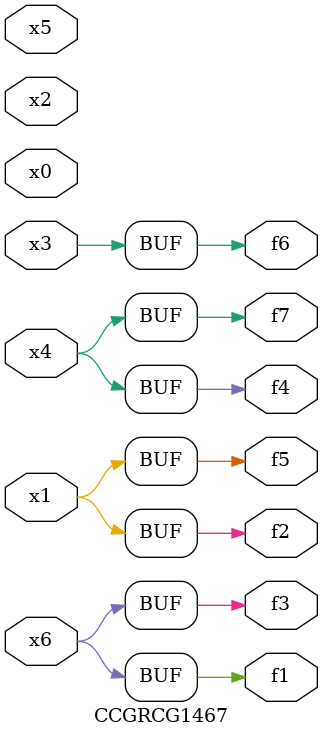
<source format=v>
module CCGRCG1467(
	input x0, x1, x2, x3, x4, x5, x6,
	output f1, f2, f3, f4, f5, f6, f7
);
	assign f1 = x6;
	assign f2 = x1;
	assign f3 = x6;
	assign f4 = x4;
	assign f5 = x1;
	assign f6 = x3;
	assign f7 = x4;
endmodule

</source>
